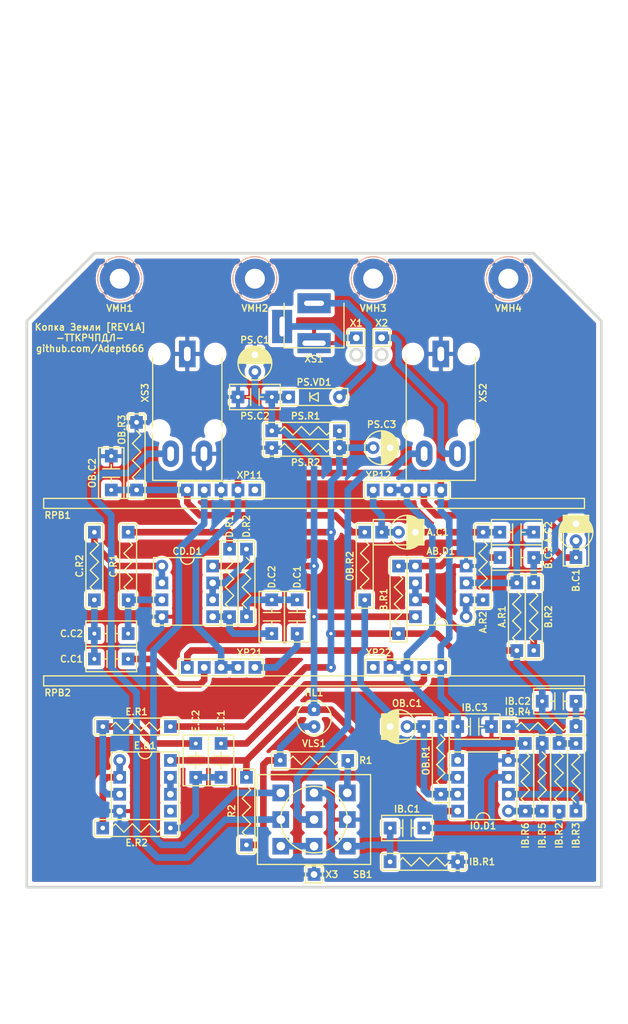
<source format=kicad_pcb>
(kicad_pcb (version 20171130) (host pcbnew 5.1.6-c6e7f7d~87~ubuntu19.10.1)
  (title_block (title "Копка Земли (Down-Tuned)") (date 2022-01-11) (rev 1A) (company "Igor Ivanov") (comment 1 https://github.com/Adept666) (comment 2 "This project is licensed under GNU General Public License v3.0 or later"))
  (layers (0 F.Cu jumper) (31 B.Cu signal) (37 F.SilkS user) (38 B.Mask user) (39 F.Mask user) (44 Edge.Cuts user))
  (net 0 "")
  (net 1 COM)
  (net 2 "Net-(HL1-PadC)")
  (net 3 /LED)
  (net 4 /PP3-POS)
  (net 5 /PP3-NEG)
  (net 6 VREF)
  (net 7 "Net-(A.C2-Pad2)")
  (net 8 "Net-(IB.C1-Pad2)")
  (net 9 "Net-(IB.C2-Pad2)")
  (net 10 /CUT-RAIL)
  (net 11 "Net-(IB.R3-Pad2)")
  (net 12 "Net-(IB.R5-Pad2)")
  (net 13 /BOOST-RAIL)
  (net 14 "Net-(IO.D1-Pad7)")
  (net 15 "Net-(OB.C2-Pad1)")
  (net 16 "Net-(C.C1-Pad1)")
  (net 17 "Net-(C.C1-Pad2)")
  (net 18 "Net-(C.C2-Pad2)")
  (net 19 "Net-(D.C1-Pad1)")
  (net 20 "Net-(D.C1-Pad2)")
  (net 21 "Net-(E.C1-Pad1)")
  (net 22 "Net-(E.C1-Pad2)")
  (net 23 "Net-(E.C2-Pad2)")
  (net 24 "Net-(E.D1-Pad6)")
  (net 25 "Net-(A.R2-Pad2)")
  (net 26 "Net-(AB.D1-Pad5)")
  (net 27 "Net-(AB.D1-Pad6)")
  (net 28 "Net-(C.R2-Pad2)")
  (net 29 "Net-(CD.D1-Pad5)")
  (net 30 "Net-(CD.D1-Pad6)")
  (net 31 "Net-(E.D1-Pad1)")
  (net 32 "Net-(E.D1-Pad5)")
  (net 33 V)
  (net 34 "Net-(PS.VD1-PadA)")
  (net 35 /IN-CIR)
  (net 36 /IN-CON)
  (net 37 "Net-(SB1-PadNC1)")
  (net 38 /OUT-CIR)
  (net 39 /OUT-CON)
  (net 40 "Net-(A.C1-Pad+)")
  (net 41 "Net-(A.C1-Pad-)")
  (net 42 "Net-(B.C1-Pad+)")
  (net 43 "Net-(B.C1-Pad-)")
  (net 44 "Net-(OB.C1-Pad-)")
  (module SBKCL-TH-ML:RPB-1590BB-18-3x17-1.5-PNL-7.4-2.8 (layer F.Cu) (at 105.41 143.71)
    (fp_text reference RPB2 (at -40.64 15.04) (layer F.SilkS) (effects (font (thickness 0.2)) (justify left)))
    (fp_text value B50K-B50K-B50K)
    (fp_text user XP22 (at 7.62 9.0075) (layer F.SilkS) (effects (font (thickness 0.2)) (justify left)))
    (fp_text user XP21 (at -7.62 9.0075) (layer F.SilkS) (effects (font (thickness 0.2)) (justify right)))
    (pad 22 thru_hole rect (at 8.89 11.23) (size 1.9 1.9) (drill 1) (layers *.Cu *.Mask) (net 19 "Net-(D.C1-Pad1)"))
    (pad 23 thru_hole rect (at 11.43 11.23) (size 1.9 1.9) (drill 1) (layers *.Cu *.Mask) (net 13 /BOOST-RAIL))
    (pad 33 thru_hole rect (at 13.97 11.23) (size 1.9 1.9) (drill 1) (layers *.Cu *.Mask) (net 13 /BOOST-RAIL))
    (pad 32 thru_hole rect (at 16.51 11.23) (size 1.9 1.9) (drill 1) (layers *.Cu *.Mask) (net 21 "Net-(E.C1-Pad1)"))
    (pad 31 thru_hole rect (at 19.05 11.23) (size 1.9 1.9) (drill 1) (layers *.Cu *.Mask) (net 10 /CUT-RAIL))
    (pad 22 thru_hole rect (at -8.89 11.23) (size 1.9 1.9) (drill 1) (layers *.Cu *.Mask) (net 19 "Net-(D.C1-Pad1)"))
    (pad 12 thru_hole rect (at -16.51 11.23) (size 1.9 1.9) (drill 1) (layers *.Cu *.Mask) (net 16 "Net-(C.C1-Pad1)"))
    (pad 11 thru_hole rect (at -13.97 11.23) (size 1.9 1.9) (drill 1) (layers *.Cu *.Mask) (net 10 /CUT-RAIL))
    (pad 13 thru_hole rect (at -19.05 11.23) (size 1.9 1.9) (drill 1) (layers *.Cu *.Mask) (net 13 /BOOST-RAIL))
    (pad 21 thru_hole rect (at -11.43 11.23) (size 1.9 1.9) (drill 1) (layers *.Cu *.Mask) (net 10 /CUT-RAIL))
  )
  (module SBKCL-TH-ML:RPB-1590BB-18-3x17-1.5-PNL-7.4-2.8 (layer F.Cu) (at 105.41 117.04)
    (fp_text reference RPB1 (at -40.64 15.04) (layer F.SilkS) (effects (font (thickness 0.2)) (justify left)))
    (fp_text value B50K-B50K-B50K)
    (fp_text user XP12 (at 7.62 9.0075) (layer F.SilkS) (effects (font (thickness 0.2)) (justify left)))
    (fp_text user XP11 (at -7.62 9.0075) (layer F.SilkS) (effects (font (thickness 0.2)) (justify right)))
    (pad 22 thru_hole rect (at 8.89 11.23) (size 1.9 1.9) (drill 1) (layers *.Cu *.Mask) (net 40 "Net-(A.C1-Pad+)"))
    (pad 23 thru_hole rect (at 11.43 11.23) (size 1.9 1.9) (drill 1) (layers *.Cu *.Mask) (net 13 /BOOST-RAIL))
    (pad 33 thru_hole rect (at 13.97 11.23) (size 1.9 1.9) (drill 1) (layers *.Cu *.Mask) (net 13 /BOOST-RAIL))
    (pad 32 thru_hole rect (at 16.51 11.23) (size 1.9 1.9) (drill 1) (layers *.Cu *.Mask) (net 42 "Net-(B.C1-Pad+)"))
    (pad 31 thru_hole rect (at 19.05 11.23) (size 1.9 1.9) (drill 1) (layers *.Cu *.Mask) (net 10 /CUT-RAIL))
    (pad 22 thru_hole rect (at -8.89 11.23) (size 1.9 1.9) (drill 1) (layers *.Cu *.Mask) (net 40 "Net-(A.C1-Pad+)"))
    (pad 12 thru_hole rect (at -16.51 11.23) (size 1.9 1.9) (drill 1) (layers *.Cu *.Mask) (net 38 /OUT-CIR))
    (pad 11 thru_hole rect (at -13.97 11.23) (size 1.9 1.9) (drill 1) (layers *.Cu *.Mask) (net 1 COM))
    (pad 13 thru_hole rect (at -19.05 11.23) (size 1.9 1.9) (drill 1) (layers *.Cu *.Mask) (net 15 "Net-(OB.C2-Pad1)"))
    (pad 21 thru_hole rect (at -11.43 11.23) (size 1.9 1.9) (drill 1) (layers *.Cu *.Mask) (net 10 /CUT-RAIL))
  )
  (module SBKCL-TH-ML:CON-ST-008X-04 (layer F.Cu) (at 124.46 100.33 180)
    (fp_text reference XS2 (at -6.35 -13.335 270) (layer F.SilkS) (effects (font (thickness 0.2))))
    (fp_text value PJ-309)
    (pad "" np_thru_hole circle (at -4.2 -19 180) (size 2.2 2.2) (drill 2.2) (layers *.Cu *.Mask))
    (pad S thru_hole rect (at 0 -7.5 180) (size 2.5 4) (drill oval 1 2.2) (layers *.Cu *.Mask) (net 1 COM))
    (pad T thru_hole oval (at 2.5 -22.5 180) (size 2.5 4) (drill oval 1 2.2) (layers *.Cu *.Mask) (net 36 /IN-CON))
    (pad R thru_hole oval (at -2.5 -22.5 180) (size 2.5 4) (drill oval 1 2.2) (layers *.Cu *.Mask) (net 5 /PP3-NEG))
    (pad "" np_thru_hole circle (at 4.2 -19 180) (size 2.2 2.2) (drill 2.2) (layers *.Cu *.Mask))
    (pad "" np_thru_hole circle (at -4.2 -7.5 180) (size 2.2 2.2) (drill 2.2) (layers *.Cu *.Mask))
    (pad "" np_thru_hole circle (at 4.2 -7.5 180) (size 2.2 2.2) (drill 2.2) (layers *.Cu *.Mask))
  )
  (module SBKCL-TH-ML:CON-ST-008X-04 (layer F.Cu) (at 86.36 100.33 180)
    (fp_text reference XS3 (at 6.35 -13.335 270) (layer F.SilkS) (effects (font (thickness 0.2))))
    (fp_text value PJ-309)
    (pad "" np_thru_hole circle (at -4.2 -19 180) (size 2.2 2.2) (drill 2.2) (layers *.Cu *.Mask))
    (pad S thru_hole rect (at 0 -7.5 180) (size 2.5 4) (drill oval 1 2.2) (layers *.Cu *.Mask) (net 1 COM))
    (pad T thru_hole oval (at 2.5 -22.5 180) (size 2.5 4) (drill oval 1 2.2) (layers *.Cu *.Mask) (net 39 /OUT-CON))
    (pad R thru_hole oval (at -2.5 -22.5 180) (size 2.5 4) (drill oval 1 2.2) (layers *.Cu *.Mask) (net 1 COM))
    (pad "" np_thru_hole circle (at 4.2 -19 180) (size 2.2 2.2) (drill 2.2) (layers *.Cu *.Mask))
    (pad "" np_thru_hole circle (at -4.2 -7.5 180) (size 2.2 2.2) (drill 2.2) (layers *.Cu *.Mask))
    (pad "" np_thru_hole circle (at 4.2 -7.5 180) (size 2.2 2.2) (drill 2.2) (layers *.Cu *.Mask))
  )
  (module KCL:VMH-STA-DA5-PNL-3.0 (layer F.Cu) (at 134.62 96.52)
    (fp_text reference VMH4 (at 0 4.445) (layer F.SilkS) (effects (font (thickness 0.2))))
    (fp_text value DI5M3x18)
    (pad 0 thru_hole circle (at 0 0) (size 6 6) (drill 3) (layers *.Cu *.Mask) (net 1 COM))
  )
  (module KCL:VMH-STA-DA5-PNL-3.0 (layer F.Cu) (at 114.3 96.52)
    (fp_text reference VMH3 (at 0 4.445) (layer F.SilkS) (effects (font (thickness 0.2))))
    (fp_text value DI5M3x18)
    (pad 0 thru_hole circle (at 0 0) (size 6 6) (drill 3) (layers *.Cu *.Mask) (net 1 COM))
  )
  (module KCL:VMH-STA-DA5-PNL-3.0 (layer F.Cu) (at 96.52 96.52)
    (fp_text reference VMH2 (at 0 4.445) (layer F.SilkS) (effects (font (thickness 0.2))))
    (fp_text value DI5M3x18)
    (pad 0 thru_hole circle (at 0 0) (size 6 6) (drill 3) (layers *.Cu *.Mask) (net 1 COM))
  )
  (module KCL:VMH-STA-DA5-PNL-3.0 (layer F.Cu) (at 76.2 96.52)
    (fp_text reference VMH1 (at 0 4.445) (layer F.SilkS) (effects (font (thickness 0.2))))
    (fp_text value DI5M3x18)
    (pad 0 thru_hole circle (at 0 0) (size 6 6) (drill 3) (layers *.Cu *.Mask) (net 1 COM))
  )
  (module KCL-TH-ML:SW-PBS-24-302SP-2.5-PNL-13.0 (layer F.Cu) (at 105.41 177.8)
    (fp_text reference SB1 (at 8.89 8.255) (layer F.SilkS) (effects (font (thickness 0.2)) (justify right)))
    (fp_text value PBS-24-302SP)
    (pad COM3 thru_hole rect (at 5 0) (size 2.5 2.5) (drill 1.3) (layers *.Cu *.Mask) (net 1 COM))
    (pad NC3 thru_hole rect (at 5 4) (size 2.5 2.5) (drill 1.3) (layers *.Cu *.Mask) (net 35 /IN-CIR))
    (pad NO3 thru_hole rect (at 5 -4) (size 2.5 2.5) (drill 1.3) (layers *.Cu *.Mask) (net 3 /LED))
    (pad COM2 thru_hole rect (at 0 0) (size 2.5 2.5) (drill 1.3) (layers *.Cu *.Mask) (net 36 /IN-CON))
    (pad NC2 thru_hole rect (at 0 4) (size 2.5 2.5) (drill 1.3) (layers *.Cu *.Mask) (net 37 "Net-(SB1-PadNC1)"))
    (pad NO2 thru_hole rect (at 0 -4) (size 2.5 2.5) (drill 1.3) (layers *.Cu *.Mask) (net 35 /IN-CIR))
    (pad NO1 thru_hole rect (at -5 -4) (size 2.5 2.5) (drill 1.3) (layers *.Cu *.Mask) (net 38 /OUT-CIR))
    (pad COM1 thru_hole rect (at -5 0) (size 2.5 2.5) (drill 1.3) (layers *.Cu *.Mask) (net 39 /OUT-CON))
    (pad NC1 thru_hole rect (at -5 4) (size 2.5 2.5) (drill 1.3) (layers *.Cu *.Mask) (net 37 "Net-(SB1-PadNC1)"))
  )
  (module SBKCL-TH-ML:C-DISK-D04.2-T03.0-P05.08-d0.5-OR-CP-RADIAL-D05.0-P02.0-CLS (layer F.Cu) (at 119.38 163.83 180)
    (fp_text reference OB.C1 (at 0 3.4925) (layer F.SilkS) (effects (font (thickness 0.2))))
    (fp_text value 105)
    (pad - thru_hole rect (at 2.54 0 180) (size 1.9 1.9) (drill 1) (layers *.Cu *.Mask) (net 44 "Net-(OB.C1-Pad-)"))
    (pad + thru_hole circle (at 0 0 180) (size 1.9 1.9) (drill 1) (layers *.Cu *.Mask) (net 14 "Net-(IO.D1-Pad7)"))
    (pad + thru_hole rect (at -2.54 0 180) (size 1.9 1.9) (drill 0.6) (layers *.Cu *.Mask) (net 14 "Net-(IO.D1-Pad7)"))
  )
  (module SBKCL-TH-ML:C-DISK-D04.2-T03.0-P05.08-d0.5-OR-CP-RADIAL-D05.0-P02.0-CLS (layer F.Cu) (at 144.78 135.89 90)
    (fp_text reference B.C1 (at -4.1275 0 90) (layer F.SilkS) (effects (font (thickness 0.2)) (justify right)))
    (fp_text value 105)
    (pad - thru_hole rect (at 2.54 0 90) (size 1.9 1.9) (drill 1) (layers *.Cu *.Mask) (net 43 "Net-(B.C1-Pad-)"))
    (pad + thru_hole circle (at 0 0 90) (size 1.9 1.9) (drill 1) (layers *.Cu *.Mask) (net 42 "Net-(B.C1-Pad+)"))
    (pad + thru_hole rect (at -2.54 0 90) (size 1.9 1.9) (drill 0.6) (layers *.Cu *.Mask) (net 42 "Net-(B.C1-Pad+)"))
  )
  (module SBKCL-TH-ML:C-DISK-D04.2-T03.0-P05.08-d0.5-OR-CP-RADIAL-D05.0-P02.0-CLS (layer F.Cu) (at 118.11 134.62)
    (fp_text reference A.C1 (at 4.1275 0) (layer F.SilkS) (effects (font (thickness 0.2)) (justify left)))
    (fp_text value 225)
    (pad - thru_hole rect (at 2.54 0) (size 1.9 1.9) (drill 1) (layers *.Cu *.Mask) (net 41 "Net-(A.C1-Pad-)"))
    (pad + thru_hole circle (at 0 0) (size 1.9 1.9) (drill 1) (layers *.Cu *.Mask) (net 40 "Net-(A.C1-Pad+)"))
    (pad + thru_hole rect (at -2.54 0) (size 1.9 1.9) (drill 0.6) (layers *.Cu *.Mask) (net 40 "Net-(A.C1-Pad+)"))
  )
  (module KCL-TH-ML:R-MFR-25 (layer F.Cu) (at 95.25 176.53 90)
    (fp_text reference R2 (at 0 -2.2225 90) (layer F.SilkS) (effects (font (thickness 0.2))))
    (fp_text value 105)
    (pad 1 thru_hole rect (at -5.08 0 90) (size 1.9 1.9) (drill 0.7) (layers *.Cu *.Mask) (net 2 "Net-(HL1-PadC)"))
    (pad 2 thru_hole rect (at 5.08 0 90) (size 1.9 1.9) (drill 0.7) (layers *.Cu *.Mask) (net 33 V))
  )
  (module KCL-TH-ML:CP-RADIAL-D05.0-P02.0-CLS (layer F.Cu) (at 115.57 121.92)
    (fp_text reference PS.C3 (at 0 -3.4925) (layer F.SilkS) (effects (font (thickness 0.2))))
    (fp_text value 476)
    (pad - thru_hole roundrect (at 1.27 0) (size 1.9 1.9) (drill 1) (layers *.Cu *.Mask) (roundrect_rratio 0.3) (net 1 COM))
    (pad + thru_hole circle (at -1.27 0) (size 1.9 1.9) (drill 1) (layers *.Cu *.Mask) (net 6 VREF))
  )
  (module KCL-TH-ML:CP-RADIAL-D05.0-P02.0-CLS (layer F.Cu) (at 96.52 109.22 90)
    (fp_text reference PS.C1 (at 3.4925 0 180) (layer F.SilkS) (effects (font (thickness 0.2))))
    (fp_text value 107)
    (pad + thru_hole circle (at -1.27 0 90) (size 1.9 1.9) (drill 1) (layers *.Cu *.Mask) (net 33 V))
    (pad - thru_hole roundrect (at 1.27 0 90) (size 1.9 1.9) (drill 1) (layers *.Cu *.Mask) (roundrect_rratio 0.3) (net 1 COM))
  )
  (module KCL-TH-ML:C-DISK-D04.2-T03.0-P05.08-d0.5 (layer F.Cu) (at 96.52 114.3 180)
    (fp_text reference PS.C2 (at 0 -2.8575) (layer F.SilkS) (effects (font (thickness 0.2))))
    (fp_text value 104)
    (pad 1 thru_hole rect (at -2.54 0 180) (size 1.9 1.9) (drill 0.6) (layers *.Cu *.Mask) (net 33 V))
    (pad 2 thru_hole rect (at 2.54 0 180) (size 1.9 1.9) (drill 0.6) (layers *.Cu *.Mask) (net 1 COM))
  )
  (module KCL-TH-ML:C-DISK-D04.2-T03.0-P05.08-d0.5 (layer F.Cu) (at 74.93 125.73 90)
    (fp_text reference OB.C2 (at 0 -2.8575 90) (layer F.SilkS) (effects (font (thickness 0.2))))
    (fp_text value 103)
    (pad 1 thru_hole rect (at -2.54 0 90) (size 1.9 1.9) (drill 0.6) (layers *.Cu *.Mask) (net 15 "Net-(OB.C2-Pad1)"))
    (pad 2 thru_hole rect (at 2.54 0 90) (size 1.9 1.9) (drill 0.6) (layers *.Cu *.Mask) (net 1 COM))
  )
  (module KCL-TH-ML:C-DISK-D04.2-T03.0-P05.08-d0.5 (layer F.Cu) (at 129.54 163.83)
    (fp_text reference IB.C3 (at 0 -2.8575) (layer F.SilkS) (effects (font (thickness 0.2))))
    (fp_text value 151)
    (pad 1 thru_hole rect (at -2.54 0) (size 1.9 1.9) (drill 0.6) (layers *.Cu *.Mask) (net 10 /CUT-RAIL))
    (pad 2 thru_hole rect (at 2.54 0) (size 1.9 1.9) (drill 0.6) (layers *.Cu *.Mask) (net 1 COM))
  )
  (module KCL-TH-ML:C-DISK-D04.2-T03.0-P05.08-d0.5 (layer F.Cu) (at 142.24 160.02)
    (fp_text reference IB.C2 (at -4.1275 0) (layer F.SilkS) (effects (font (thickness 0.2)) (justify right)))
    (fp_text value 103)
    (pad 1 thru_hole rect (at -2.54 0) (size 1.9 1.9) (drill 0.6) (layers *.Cu *.Mask) (net 6 VREF))
    (pad 2 thru_hole rect (at 2.54 0) (size 1.9 1.9) (drill 0.6) (layers *.Cu *.Mask) (net 9 "Net-(IB.C2-Pad2)"))
  )
  (module KCL-TH-ML:C-DISK-D04.2-T03.0-P05.08-d0.5 (layer F.Cu) (at 119.38 179.07)
    (fp_text reference IB.C1 (at 0 -2.8575) (layer F.SilkS) (effects (font (thickness 0.2))))
    (fp_text value 103)
    (pad 1 thru_hole rect (at -2.54 0) (size 1.9 1.9) (drill 0.6) (layers *.Cu *.Mask) (net 35 /IN-CIR))
    (pad 2 thru_hole rect (at 2.54 0) (size 1.9 1.9) (drill 0.6) (layers *.Cu *.Mask) (net 8 "Net-(IB.C1-Pad2)"))
  )
  (module KCL-TH-ML:C-DISK-D04.2-T03.0-P05.08-d0.5 (layer F.Cu) (at 87.63 168.91 90)
    (fp_text reference E.C2 (at 4.1275 0 90) (layer F.SilkS) (effects (font (thickness 0.2)) (justify left)))
    (fp_text value 681)
    (pad 1 thru_hole rect (at -2.54 0 90) (size 1.9 1.9) (drill 0.6) (layers *.Cu *.Mask) (net 22 "Net-(E.C1-Pad2)"))
    (pad 2 thru_hole rect (at 2.54 0 90) (size 1.9 1.9) (drill 0.6) (layers *.Cu *.Mask) (net 23 "Net-(E.C2-Pad2)"))
  )
  (module KCL-TH-ML:C-DISK-D04.2-T03.0-P05.08-d0.5 (layer F.Cu) (at 91.44 168.91 270)
    (fp_text reference E.C1 (at -4.1275 0 90) (layer F.SilkS) (effects (font (thickness 0.2)) (justify left)))
    (fp_text value 223)
    (pad 1 thru_hole rect (at -2.54 0 270) (size 1.9 1.9) (drill 0.6) (layers *.Cu *.Mask) (net 21 "Net-(E.C1-Pad1)"))
    (pad 2 thru_hole rect (at 2.54 0 270) (size 1.9 1.9) (drill 0.6) (layers *.Cu *.Mask) (net 22 "Net-(E.C1-Pad2)"))
  )
  (module KCL-TH-ML:C-DISK-D04.2-T03.0-P05.08-d0.5 (layer F.Cu) (at 99.06 147.32 270)
    (fp_text reference D.C2 (at -4.1275 0 90) (layer F.SilkS) (effects (font (thickness 0.2)) (justify left)))
    (fp_text value 332)
    (pad 1 thru_hole rect (at -2.54 0 270) (size 1.9 1.9) (drill 0.6) (layers *.Cu *.Mask) (net 20 "Net-(D.C1-Pad2)"))
    (pad 2 thru_hole rect (at 2.54 0 270) (size 1.9 1.9) (drill 0.6) (layers *.Cu *.Mask) (net 29 "Net-(CD.D1-Pad5)"))
  )
  (module KCL-TH-ML:C-DISK-D04.2-T03.0-P05.08-d0.5 (layer F.Cu) (at 102.87 147.32 90)
    (fp_text reference D.C1 (at 4.1275 0 90) (layer F.SilkS) (effects (font (thickness 0.2)) (justify left)))
    (fp_text value 683)
    (pad 1 thru_hole rect (at -2.54 0 90) (size 1.9 1.9) (drill 0.6) (layers *.Cu *.Mask) (net 19 "Net-(D.C1-Pad1)"))
    (pad 2 thru_hole rect (at 2.54 0 90) (size 1.9 1.9) (drill 0.6) (layers *.Cu *.Mask) (net 20 "Net-(D.C1-Pad2)"))
  )
  (module KCL-TH-ML:C-DISK-D04.2-T03.0-P05.08-d0.5 (layer F.Cu) (at 74.93 149.86)
    (fp_text reference C.C2 (at -4.1275 0) (layer F.SilkS) (effects (font (thickness 0.2)) (justify right)))
    (fp_text value 682)
    (pad 1 thru_hole rect (at -2.54 0) (size 1.9 1.9) (drill 0.6) (layers *.Cu *.Mask) (net 17 "Net-(C.C1-Pad2)"))
    (pad 2 thru_hole rect (at 2.54 0) (size 1.9 1.9) (drill 0.6) (layers *.Cu *.Mask) (net 18 "Net-(C.C2-Pad2)"))
  )
  (module KCL-TH-ML:C-DISK-D04.2-T03.0-P05.08-d0.5 (layer F.Cu) (at 74.93 153.67 180)
    (fp_text reference C.C1 (at 4.1275 0) (layer F.SilkS) (effects (font (thickness 0.2)) (justify right)))
    (fp_text value 154)
    (pad 1 thru_hole rect (at -2.54 0 180) (size 1.9 1.9) (drill 0.6) (layers *.Cu *.Mask) (net 16 "Net-(C.C1-Pad1)"))
    (pad 2 thru_hole rect (at 2.54 0 180) (size 1.9 1.9) (drill 0.6) (layers *.Cu *.Mask) (net 17 "Net-(C.C1-Pad2)"))
  )
  (module KCL-TH-ML:C-DISK-D04.2-T03.0-P05.08-d0.5 (layer F.Cu) (at 135.89 138.43 180)
    (fp_text reference B.C2 (at -4.7625 0 270) (layer F.SilkS) (effects (font (thickness 0.2))))
    (fp_text value 333)
    (pad 2 thru_hole rect (at 2.54 0 180) (size 1.9 1.9) (drill 0.6) (layers *.Cu *.Mask) (net 26 "Net-(AB.D1-Pad5)"))
    (pad 1 thru_hole rect (at -2.54 0 180) (size 1.9 1.9) (drill 0.6) (layers *.Cu *.Mask) (net 43 "Net-(B.C1-Pad-)"))
  )
  (module KCL-TH-ML:C-DISK-D04.2-T03.0-P05.08-d0.5 (layer F.Cu) (at 135.89 134.62)
    (fp_text reference A.C2 (at 4.7625 0 90) (layer F.SilkS) (effects (font (thickness 0.2))))
    (fp_text value 473)
    (pad 2 thru_hole rect (at 2.54 0) (size 1.9 1.9) (drill 0.6) (layers *.Cu *.Mask) (net 7 "Net-(A.C2-Pad2)"))
    (pad 1 thru_hole rect (at -2.54 0) (size 1.9 1.9) (drill 0.6) (layers *.Cu *.Mask) (net 41 "Net-(A.C1-Pad-)"))
  )
  (module KCL-TH-ML:R-MFR-25 (layer F.Cu) (at 105.41 168.91 180)
    (fp_text reference R1 (at -6.6675 0) (layer F.SilkS) (effects (font (thickness 0.2)) (justify left)))
    (fp_text value 103)
    (pad 1 thru_hole rect (at -5.08 0 180) (size 1.9 1.9) (drill 0.7) (layers *.Cu *.Mask) (net 3 /LED))
    (pad 2 thru_hole rect (at 5.08 0 180) (size 1.9 1.9) (drill 0.7) (layers *.Cu *.Mask) (net 2 "Net-(HL1-PadC)"))
  )
  (module KCL-TH-ML:R-MFR-25 (layer F.Cu) (at 104.14 121.92)
    (fp_text reference PS.R2 (at 0 2.2225) (layer F.SilkS) (effects (font (thickness 0.2))))
    (fp_text value 473)
    (pad 1 thru_hole rect (at -5.08 0) (size 1.9 1.9) (drill 0.7) (layers *.Cu *.Mask) (net 1 COM))
    (pad 2 thru_hole rect (at 5.08 0) (size 1.9 1.9) (drill 0.7) (layers *.Cu *.Mask) (net 6 VREF))
  )
  (module KCL-TH-ML:R-MFR-25 (layer F.Cu) (at 104.14 119.38 180)
    (fp_text reference PS.R1 (at 0 2.2225) (layer F.SilkS) (effects (font (thickness 0.2))))
    (fp_text value 473)
    (pad 1 thru_hole rect (at -5.08 0 180) (size 1.9 1.9) (drill 0.7) (layers *.Cu *.Mask) (net 6 VREF))
    (pad 2 thru_hole rect (at 5.08 0 180) (size 1.9 1.9) (drill 0.7) (layers *.Cu *.Mask) (net 33 V))
  )
  (module KCL-TH-ML:R-MFR-25 (layer F.Cu) (at 78.74 123.19 270)
    (fp_text reference OB.R3 (at -6.35 2.2225 90) (layer F.SilkS) (effects (font (thickness 0.2)) (justify right)))
    (fp_text value 103)
    (pad 1 thru_hole rect (at -5.08 0 270) (size 1.9 1.9) (drill 0.7) (layers *.Cu *.Mask) (net 1 COM))
    (pad 2 thru_hole rect (at 5.08 0 270) (size 1.9 1.9) (drill 0.7) (layers *.Cu *.Mask) (net 15 "Net-(OB.C2-Pad1)"))
  )
  (module KCL-TH-ML:R-MFR-25 (layer F.Cu) (at 113.03 139.7 90)
    (fp_text reference OB.R2 (at 0 -2.2225 90) (layer F.SilkS) (effects (font (thickness 0.2))))
    (fp_text value 103)
    (pad 2 thru_hole rect (at 5.08 0 90) (size 1.9 1.9) (drill 0.7) (layers *.Cu *.Mask) (net 15 "Net-(OB.C2-Pad1)"))
    (pad 1 thru_hole rect (at -5.08 0 90) (size 1.9 1.9) (drill 0.7) (layers *.Cu *.Mask) (net 44 "Net-(OB.C1-Pad-)"))
  )
  (module KCL-TH-ML:R-MFR-25 (layer F.Cu) (at 124.46 168.91 270)
    (fp_text reference OB.R1 (at 0 2.2225 90) (layer F.SilkS) (effects (font (thickness 0.2))))
    (fp_text value 103)
    (pad 2 thru_hole rect (at 5.08 0 270) (size 1.9 1.9) (drill 0.7) (layers *.Cu *.Mask) (net 14 "Net-(IO.D1-Pad7)"))
    (pad 1 thru_hole rect (at -5.08 0 270) (size 1.9 1.9) (drill 0.7) (layers *.Cu *.Mask) (net 13 /BOOST-RAIL))
  )
  (module KCL-TH-ML:R-MFR-25 (layer F.Cu) (at 137.16 171.45 90)
    (fp_text reference IB.R6 (at -6.6675 0 90) (layer F.SilkS) (effects (font (thickness 0.2)) (justify right)))
    (fp_text value 103)
    (pad 1 thru_hole rect (at -5.08 0 90) (size 1.9 1.9) (drill 0.7) (layers *.Cu *.Mask) (net 12 "Net-(IB.R5-Pad2)"))
    (pad 2 thru_hole rect (at 5.08 0 90) (size 1.9 1.9) (drill 0.7) (layers *.Cu *.Mask) (net 10 /CUT-RAIL))
  )
  (module KCL-TH-ML:R-MFR-25 (layer F.Cu) (at 139.7 171.45 270)
    (fp_text reference IB.R5 (at 6.6675 0 90) (layer F.SilkS) (effects (font (thickness 0.2)) (justify right)))
    (fp_text value 103)
    (pad 1 thru_hole rect (at -5.08 0 270) (size 1.9 1.9) (drill 0.7) (layers *.Cu *.Mask) (net 11 "Net-(IB.R3-Pad2)"))
    (pad 2 thru_hole rect (at 5.08 0 270) (size 1.9 1.9) (drill 0.7) (layers *.Cu *.Mask) (net 12 "Net-(IB.R5-Pad2)"))
  )
  (module KCL-TH-ML:R-MFR-25 (layer F.Cu) (at 139.7 163.83 180)
    (fp_text reference IB.R4 (at 1.5875 2.2225) (layer F.SilkS) (effects (font (thickness 0.2)) (justify right)))
    (fp_text value 102)
    (pad 1 thru_hole rect (at -5.08 0 180) (size 1.9 1.9) (drill 0.7) (layers *.Cu *.Mask) (net 9 "Net-(IB.C2-Pad2)"))
    (pad 2 thru_hole rect (at 5.08 0 180) (size 1.9 1.9) (drill 0.7) (layers *.Cu *.Mask) (net 11 "Net-(IB.R3-Pad2)"))
  )
  (module KCL-TH-ML:R-MFR-25 (layer F.Cu) (at 144.78 171.45 270)
    (fp_text reference IB.R3 (at 6.6675 0 90) (layer F.SilkS) (effects (font (thickness 0.2)) (justify right)))
    (fp_text value 103)
    (pad 1 thru_hole rect (at -5.08 0 270) (size 1.9 1.9) (drill 0.7) (layers *.Cu *.Mask) (net 6 VREF))
    (pad 2 thru_hole rect (at 5.08 0 270) (size 1.9 1.9) (drill 0.7) (layers *.Cu *.Mask) (net 11 "Net-(IB.R3-Pad2)"))
  )
  (module KCL-TH-ML:R-MFR-25 (layer F.Cu) (at 142.24 171.45 270)
    (fp_text reference IB.R2 (at 6.6675 0 90) (layer F.SilkS) (effects (font (thickness 0.2)) (justify right)))
    (fp_text value 474)
    (pad 1 thru_hole rect (at -5.08 0 270) (size 1.9 1.9) (drill 0.7) (layers *.Cu *.Mask) (net 6 VREF))
    (pad 2 thru_hole rect (at 5.08 0 270) (size 1.9 1.9) (drill 0.7) (layers *.Cu *.Mask) (net 8 "Net-(IB.C1-Pad2)"))
  )
  (module KCL-TH-ML:R-MFR-25 (layer F.Cu) (at 121.92 184.15 180)
    (fp_text reference IB.R1 (at -6.6675 0) (layer F.SilkS) (effects (font (thickness 0.2)) (justify left)))
    (fp_text value 225)
    (pad 1 thru_hole rect (at -5.08 0 180) (size 1.9 1.9) (drill 0.7) (layers *.Cu *.Mask) (net 1 COM))
    (pad 2 thru_hole rect (at 5.08 0 180) (size 1.9 1.9) (drill 0.7) (layers *.Cu *.Mask) (net 35 /IN-CIR))
  )
  (module KCL-TH-ML:R-MFR-25 (layer F.Cu) (at 78.74 179.07 180)
    (fp_text reference E.R2 (at 0 -2.2225) (layer F.SilkS) (effects (font (thickness 0.2))))
    (fp_text value 102)
    (pad 1 thru_hole rect (at -5.08 0 180) (size 1.9 1.9) (drill 0.7) (layers *.Cu *.Mask) (net 22 "Net-(E.C1-Pad2)"))
    (pad 2 thru_hole rect (at 5.08 0 180) (size 1.9 1.9) (drill 0.7) (layers *.Cu *.Mask) (net 31 "Net-(E.D1-Pad1)"))
  )
  (module KCL-TH-ML:R-MFR-25 (layer F.Cu) (at 78.74 163.83 180)
    (fp_text reference E.R1 (at 0 2.2225) (layer F.SilkS) (effects (font (thickness 0.2))))
    (fp_text value 104)
    (pad 1 thru_hole rect (at -5.08 0 180) (size 1.9 1.9) (drill 0.7) (layers *.Cu *.Mask) (net 6 VREF))
    (pad 2 thru_hole rect (at 5.08 0 180) (size 1.9 1.9) (drill 0.7) (layers *.Cu *.Mask) (net 23 "Net-(E.C2-Pad2)"))
  )
  (module KCL-TH-ML:R-MFR-25 (layer F.Cu) (at 95.25 142.24 90)
    (fp_text reference D.R2 (at 6.6675 0 90) (layer F.SilkS) (effects (font (thickness 0.2)) (justify left)))
    (fp_text value 102)
    (pad 1 thru_hole rect (at -5.08 0 90) (size 1.9 1.9) (drill 0.7) (layers *.Cu *.Mask) (net 20 "Net-(D.C1-Pad2)"))
    (pad 2 thru_hole rect (at 5.08 0 90) (size 1.9 1.9) (drill 0.7) (layers *.Cu *.Mask) (net 30 "Net-(CD.D1-Pad6)"))
  )
  (module KCL-TH-ML:R-MFR-25 (layer F.Cu) (at 92.71 142.24 270)
    (fp_text reference D.R1 (at -6.6675 0 90) (layer F.SilkS) (effects (font (thickness 0.2)) (justify left)))
    (fp_text value 104)
    (pad 1 thru_hole rect (at -5.08 0 270) (size 1.9 1.9) (drill 0.7) (layers *.Cu *.Mask) (net 6 VREF))
    (pad 2 thru_hole rect (at 5.08 0 270) (size 1.9 1.9) (drill 0.7) (layers *.Cu *.Mask) (net 29 "Net-(CD.D1-Pad5)"))
  )
  (module KCL-TH-ML:R-MFR-25 (layer F.Cu) (at 72.39 139.7 90)
    (fp_text reference C.R2 (at 0 -2.2225 90) (layer F.SilkS) (effects (font (thickness 0.2))))
    (fp_text value 102)
    (pad 1 thru_hole rect (at -5.08 0 90) (size 1.9 1.9) (drill 0.7) (layers *.Cu *.Mask) (net 17 "Net-(C.C1-Pad2)"))
    (pad 2 thru_hole rect (at 5.08 0 90) (size 1.9 1.9) (drill 0.7) (layers *.Cu *.Mask) (net 28 "Net-(C.R2-Pad2)"))
  )
  (module KCL-TH-ML:R-MFR-25 (layer F.Cu) (at 77.47 139.7 270)
    (fp_text reference C.R1 (at 0 2.2225 90) (layer F.SilkS) (effects (font (thickness 0.2))))
    (fp_text value 104)
    (pad 1 thru_hole rect (at -5.08 0 270) (size 1.9 1.9) (drill 0.7) (layers *.Cu *.Mask) (net 6 VREF))
    (pad 2 thru_hole rect (at 5.08 0 270) (size 1.9 1.9) (drill 0.7) (layers *.Cu *.Mask) (net 18 "Net-(C.C2-Pad2)"))
  )
  (module KCL-TH-ML:R-MFR-25 (layer F.Cu) (at 138.43 147.32 270)
    (fp_text reference B.R2 (at 0 -2.2225 90) (layer F.SilkS) (effects (font (thickness 0.2))))
    (fp_text value 471)
    (pad 2 thru_hole rect (at 5.08 0 270) (size 1.9 1.9) (drill 0.7) (layers *.Cu *.Mask) (net 27 "Net-(AB.D1-Pad6)"))
    (pad 1 thru_hole rect (at -5.08 0 270) (size 1.9 1.9) (drill 0.7) (layers *.Cu *.Mask) (net 43 "Net-(B.C1-Pad-)"))
  )
  (module KCL-TH-ML:R-MFR-25 (layer F.Cu) (at 118.11 144.78 90)
    (fp_text reference B.R1 (at 0 -2.2225 90) (layer F.SilkS) (effects (font (thickness 0.2))))
    (fp_text value 104)
    (pad 1 thru_hole rect (at -5.08 0 90) (size 1.9 1.9) (drill 0.7) (layers *.Cu *.Mask) (net 6 VREF))
    (pad 2 thru_hole rect (at 5.08 0 90) (size 1.9 1.9) (drill 0.7) (layers *.Cu *.Mask) (net 26 "Net-(AB.D1-Pad5)"))
  )
  (module KCL-TH-ML:R-MFR-25 (layer F.Cu) (at 130.81 139.7 270)
    (fp_text reference A.R2 (at 6.6675 0 90) (layer F.SilkS) (effects (font (thickness 0.2)) (justify right)))
    (fp_text value 471)
    (pad 2 thru_hole rect (at 5.08 0 270) (size 1.9 1.9) (drill 0.7) (layers *.Cu *.Mask) (net 25 "Net-(A.R2-Pad2)"))
    (pad 1 thru_hole rect (at -5.08 0 270) (size 1.9 1.9) (drill 0.7) (layers *.Cu *.Mask) (net 41 "Net-(A.C1-Pad-)"))
  )
  (module KCL-TH-ML:R-MFR-25 (layer F.Cu) (at 135.89 147.32 90)
    (fp_text reference A.R1 (at 0 -2.2225 90) (layer F.SilkS) (effects (font (thickness 0.2))))
    (fp_text value 124)
    (pad 1 thru_hole rect (at -5.08 0 90) (size 1.9 1.9) (drill 0.7) (layers *.Cu *.Mask) (net 6 VREF))
    (pad 2 thru_hole rect (at 5.08 0 90) (size 1.9 1.9) (drill 0.7) (layers *.Cu *.Mask) (net 7 "Net-(A.C2-Pad2)"))
  )
  (module KCL-TH-ML:CON-DC-005 (layer F.Cu) (at 105.41 92.71 180)
    (fp_text reference XS1 (at 0 -15.875) (layer F.SilkS) (effects (font (thickness 0.2))))
    (fp_text value DC-005)
    (pad C thru_hole rect (at 0 -13.5 180) (size 5 3) (drill oval 3.5 0.8) (layers *.Cu *.Mask) (net 1 COM))
    (pad SN thru_hole rect (at 4.8 -11 180) (size 3 5) (drill oval 0.8 3) (layers *.Cu *.Mask) (net 4 /PP3-POS))
    (pad S thru_hole rect (at 0 -7.5 180) (size 5 3) (drill oval 3 0.8) (layers *.Cu *.Mask) (net 34 "Net-(PS.VD1-PadA)"))
  )
  (module KCL-TH-ML:CON-PAD-S-1.0-1.9 (layer F.Cu) (at 115.57 105.41)
    (fp_text reference X2 (at 0 -2.2225) (layer F.SilkS) (effects (font (thickness 0.2))))
    (fp_text value -)
    (pad 1 thru_hole rect (at 0 0) (size 1.9 1.9) (drill 1) (layers *.Cu *.Mask) (net 5 /PP3-NEG))
  )
  (module KCL-TH-ML:CON-PAD-S-1.0-1.9 (layer F.Cu) (at 111.76 105.41)
    (fp_text reference X1 (at 0 -2.2225) (layer F.SilkS) (effects (font (thickness 0.2))))
    (fp_text value +)
    (pad 1 thru_hole rect (at 0 0) (size 1.9 1.9) (drill 1) (layers *.Cu *.Mask) (net 4 /PP3-POS))
  )
  (module KCL-TH-ML:CON-PAD-S-1.0-1.9 (layer F.Cu) (at 105.41 186.055)
    (fp_text reference X3 (at 1.5875 0) (layer F.SilkS) (effects (font (thickness 0.2)) (justify left)))
    (fp_text value COM)
    (pad 1 thru_hole rect (at 0 0) (size 1.9 1.9) (drill 1) (layers *.Cu *.Mask) (net 1 COM))
  )
  (module KCL-TH-ML:LED-ROUND-05.0-UNI-SH-SPACER-PNL-5.3 (layer F.Cu) (at 105.41 162.56 90)
    (fp_text reference HL1 (at 3.81 0 180) (layer F.SilkS) (effects (font (thickness 0.2))))
    (fp_text value FYL-5013UWC)
    (pad C thru_hole circle (at -1.27 0 90) (size 1.9 1.9) (drill 0.7) (layers *.Cu *.Mask) (net 2 "Net-(HL1-PadC)"))
    (pad A thru_hole roundrect (at 1.27 0 90) (size 1.9 1.9) (drill 0.7) (layers *.Cu *.Mask) (roundrect_rratio 0.3) (net 33 V))
  )
  (module KCL-TH-ML:P-DIP-08 (layer F.Cu) (at 130.81 172.72 180)
    (fp_text reference IO.D1 (at 0 -6.0325) (layer F.SilkS) (effects (font (thickness 0.2))))
    (fp_text value 4558)
    (pad 8 thru_hole rect (at 3.81 -3.81 180) (size 1.9 1.9) (drill 1) (layers *.Cu *.Mask) (net 33 V))
    (pad 7 thru_hole rect (at 3.81 -1.27 180) (size 1.9 1.9) (drill 1) (layers *.Cu *.Mask) (net 14 "Net-(IO.D1-Pad7)"))
    (pad 6 thru_hole rect (at 3.81 1.27 180) (size 1.9 1.9) (drill 1) (layers *.Cu *.Mask) (net 13 /BOOST-RAIL))
    (pad 5 thru_hole rect (at 3.81 3.81 180) (size 1.9 1.9) (drill 1) (layers *.Cu *.Mask) (net 10 /CUT-RAIL))
    (pad 4 thru_hole rect (at -3.81 3.81 180) (size 1.9 1.9) (drill 1) (layers *.Cu *.Mask) (net 1 COM))
    (pad 3 thru_hole rect (at -3.81 1.27 180) (size 1.9 1.9) (drill 1) (layers *.Cu *.Mask) (net 8 "Net-(IB.C1-Pad2)"))
    (pad 2 thru_hole rect (at -3.81 -1.27 180) (size 1.9 1.9) (drill 1) (layers *.Cu *.Mask) (net 11 "Net-(IB.R3-Pad2)"))
    (pad 1 thru_hole circle (at -3.81 -3.81 180) (size 1.9 1.9) (drill 1) (layers *.Cu *.Mask) (net 12 "Net-(IB.R5-Pad2)"))
  )
  (module KCL-TH-ML:P-DIP-08 (layer F.Cu) (at 80.01 172.72)
    (fp_text reference E.D1 (at 0 -6.0325) (layer F.SilkS) (effects (font (thickness 0.2))))
    (fp_text value 4558)
    (pad 8 thru_hole rect (at 3.81 -3.81) (size 1.9 1.9) (drill 1) (layers *.Cu *.Mask) (net 33 V))
    (pad 7 thru_hole rect (at 3.81 -1.27) (size 1.9 1.9) (drill 1) (layers *.Cu *.Mask) (net 24 "Net-(E.D1-Pad6)"))
    (pad 6 thru_hole rect (at 3.81 1.27) (size 1.9 1.9) (drill 1) (layers *.Cu *.Mask) (net 24 "Net-(E.D1-Pad6)"))
    (pad 5 thru_hole rect (at 3.81 3.81) (size 1.9 1.9) (drill 1) (layers *.Cu *.Mask) (net 32 "Net-(E.D1-Pad5)"))
    (pad 4 thru_hole rect (at -3.81 3.81) (size 1.9 1.9) (drill 1) (layers *.Cu *.Mask) (net 1 COM))
    (pad 3 thru_hole rect (at -3.81 1.27) (size 1.9 1.9) (drill 1) (layers *.Cu *.Mask) (net 23 "Net-(E.C2-Pad2)"))
    (pad 2 thru_hole rect (at -3.81 -1.27) (size 1.9 1.9) (drill 1) (layers *.Cu *.Mask) (net 31 "Net-(E.D1-Pad1)"))
    (pad 1 thru_hole circle (at -3.81 -3.81) (size 1.9 1.9) (drill 1) (layers *.Cu *.Mask) (net 31 "Net-(E.D1-Pad1)"))
  )
  (module KCL-TH-ML:P-DIP-08 (layer F.Cu) (at 86.36 143.51)
    (fp_text reference CD.D1 (at 0 -6.0325) (layer F.SilkS) (effects (font (thickness 0.2))))
    (fp_text value 4558)
    (pad 8 thru_hole rect (at 3.81 -3.81) (size 1.9 1.9) (drill 1) (layers *.Cu *.Mask) (net 33 V))
    (pad 7 thru_hole rect (at 3.81 -1.27) (size 1.9 1.9) (drill 1) (layers *.Cu *.Mask) (net 30 "Net-(CD.D1-Pad6)"))
    (pad 6 thru_hole rect (at 3.81 1.27) (size 1.9 1.9) (drill 1) (layers *.Cu *.Mask) (net 30 "Net-(CD.D1-Pad6)"))
    (pad 5 thru_hole rect (at 3.81 3.81) (size 1.9 1.9) (drill 1) (layers *.Cu *.Mask) (net 29 "Net-(CD.D1-Pad5)"))
    (pad 4 thru_hole rect (at -3.81 3.81) (size 1.9 1.9) (drill 1) (layers *.Cu *.Mask) (net 1 COM))
    (pad 3 thru_hole rect (at -3.81 1.27) (size 1.9 1.9) (drill 1) (layers *.Cu *.Mask) (net 18 "Net-(C.C2-Pad2)"))
    (pad 2 thru_hole rect (at -3.81 -1.27) (size 1.9 1.9) (drill 1) (layers *.Cu *.Mask) (net 28 "Net-(C.R2-Pad2)"))
    (pad 1 thru_hole circle (at -3.81 -3.81) (size 1.9 1.9) (drill 1) (layers *.Cu *.Mask) (net 28 "Net-(C.R2-Pad2)"))
  )
  (module KCL-TH-ML:P-DIP-08 (layer F.Cu) (at 124.46 143.51 180)
    (fp_text reference AB.D1 (at 0 6.0325) (layer F.SilkS) (effects (font (thickness 0.2))))
    (fp_text value 4558)
    (pad 8 thru_hole rect (at 3.81 -3.81 180) (size 1.9 1.9) (drill 1) (layers *.Cu *.Mask) (net 33 V))
    (pad 7 thru_hole rect (at 3.81 -1.27 180) (size 1.9 1.9) (drill 1) (layers *.Cu *.Mask) (net 27 "Net-(AB.D1-Pad6)"))
    (pad 6 thru_hole rect (at 3.81 1.27 180) (size 1.9 1.9) (drill 1) (layers *.Cu *.Mask) (net 27 "Net-(AB.D1-Pad6)"))
    (pad 5 thru_hole rect (at 3.81 3.81 180) (size 1.9 1.9) (drill 1) (layers *.Cu *.Mask) (net 26 "Net-(AB.D1-Pad5)"))
    (pad 4 thru_hole rect (at -3.81 3.81 180) (size 1.9 1.9) (drill 1) (layers *.Cu *.Mask) (net 1 COM))
    (pad 3 thru_hole rect (at -3.81 1.27 180) (size 1.9 1.9) (drill 1) (layers *.Cu *.Mask) (net 7 "Net-(A.C2-Pad2)"))
    (pad 2 thru_hole rect (at -3.81 -1.27 180) (size 1.9 1.9) (drill 1) (layers *.Cu *.Mask) (net 25 "Net-(A.R2-Pad2)"))
    (pad 1 thru_hole circle (at -3.81 -3.81 180) (size 1.9 1.9) (drill 1) (layers *.Cu *.Mask) (net 25 "Net-(A.R2-Pad2)"))
  )
  (module KCL-TH-ML:P-DO-41 (layer F.Cu) (at 105.41 114.3 180)
    (fp_text reference PS.VD1 (at 0 2.2225) (layer F.SilkS) (effects (font (thickness 0.2))))
    (fp_text value 5817)
    (pad A thru_hole circle (at -3.81 0 180) (size 1.9 1.9) (drill 0.9) (layers *.Cu *.Mask) (net 34 "Net-(PS.VD1-PadA)"))
    (pad C thru_hole rect (at 3.81 0 180) (size 1.9 1.9) (drill 0.9) (layers *.Cu *.Mask) (net 33 V))
  )
  (module SBEL:1590BB_B1 (layer F.Cu) (at 105.41 148.59)
    (fp_text reference VE1 hide)
    (fp_text value 1590BB hide)
  )
  (module KCL:VLS-BR (layer F.Cu) (at 105.41 162.56)
    (fp_text reference VLS1 (at 0 3.81) (layer F.SilkS) (effects (font (thickness 0.2))))
    (fp_text value BR-12.7)
  )
  (module KCL:B-PP3-HV (layer F.Cu) (at 105.41 196.85)
    (fp_text reference GB1 hide)
    (fp_text value PP3 hide)
  )
  (gr_line (start 138.43 92.71) (end 148.59 102.87) (layer Edge.Cuts) (width 0.4))
  (gr_line (start 62.23 102.87) (end 72.39 92.71) (layer Edge.Cuts) (width 0.4))
  (gr_line (start 148.59 102.87) (end 148.59 187.96) (layer Edge.Cuts) (width 0.4))
  (gr_line (start 62.23 102.87) (end 62.23 187.96) (layer Edge.Cuts) (width 0.4))
  (gr_circle (center 115.57 107.95) (end 116.42 107.95) (layer Edge.Cuts) (width 0.4))
  (gr_circle (center 111.76 107.95) (end 112.61 107.95) (layer Edge.Cuts) (width 0.4))
  (gr_text "Копка Земли [REV1A]\n-ТТКРЧПДЛ-\ngithub.com/Adept666" (at 71.755 105.41) (layer F.SilkS) (effects (font (size 1 1) (thickness 0.2))))
  (gr_line (start 62.23 187.96) (end 148.59 187.96) (layer Edge.Cuts) (width 0.4))
  (gr_line (start 72.39 92.71) (end 138.43 92.71) (layer Edge.Cuts) (width 0.4))
  (segment (start 103.505 163.83) (end 105.41 163.83) (width 1) (layer B.Cu) (net 2))
  (segment (start 100.33 167.005) (end 103.505 163.83) (width 1) (layer B.Cu) (net 2))
  (segment (start 100.33 168.91) (end 100.33 167.005) (width 1) (layer B.Cu) (net 2))
  (segment (start 98.425 168.91) (end 100.33 168.91) (width 1) (layer F.Cu) (net 2))
  (segment (start 97.79 169.545) (end 98.425 168.91) (width 1) (layer F.Cu) (net 2))
  (segment (start 97.79 180.975) (end 97.79 169.545) (width 1) (layer F.Cu) (net 2))
  (segment (start 97.155 181.61) (end 97.79 180.975) (width 1) (layer F.Cu) (net 2))
  (segment (start 95.25 181.61) (end 97.155 181.61) (width 1) (layer F.Cu) (net 2))
  (segment (start 110.41 173.8) (end 110.41 171.53) (width 1) (layer B.Cu) (net 3))
  (segment (start 110.41 171.53) (end 110.49 171.45) (width 1) (layer B.Cu) (net 3))
  (segment (start 110.49 171.45) (end 110.49 168.91) (width 1) (layer B.Cu) (net 3))
  (segment (start 109.855 105.41) (end 111.76 105.41) (width 1) (layer B.Cu) (net 4))
  (segment (start 108.155 103.71) (end 109.855 105.41) (width 1) (layer B.Cu) (net 4))
  (segment (start 100.61 103.71) (end 108.155 103.71) (width 1) (layer B.Cu) (net 4))
  (segment (start 124.46 122.195) (end 125.095 122.83) (width 1) (layer B.Cu) (net 5))
  (segment (start 124.46 115.57) (end 124.46 122.195) (width 1) (layer B.Cu) (net 5))
  (segment (start 118.11 109.22) (end 124.46 115.57) (width 1) (layer B.Cu) (net 5))
  (segment (start 118.11 106.045) (end 118.11 109.22) (width 1) (layer B.Cu) (net 5))
  (segment (start 117.475 105.41) (end 118.11 106.045) (width 1) (layer B.Cu) (net 5))
  (segment (start 125.095 122.83) (end 126.96 122.83) (width 1) (layer B.Cu) (net 5))
  (segment (start 115.57 105.41) (end 117.475 105.41) (width 1) (layer B.Cu) (net 5))
  (via (at 107.95 134.62) (size 1.5) (drill 0.5) (layers F.Cu B.Cu) (net 6))
  (via (at 107.95 149.86) (size 1.5) (drill 0.5) (layers F.Cu B.Cu) (net 6))
  (via (at 107.95 154.94) (size 1.5) (drill 0.5) (layers F.Cu B.Cu) (net 6))
  (segment (start 142.24 166.37) (end 144.78 166.37) (width 1) (layer B.Cu) (net 6))
  (segment (start 92.71 137.16) (end 92.71 134.62) (width 1) (layer F.Cu) (net 6))
  (segment (start 92.71 134.62) (end 107.95 134.62) (width 1) (layer F.Cu) (net 6))
  (segment (start 77.47 134.62) (end 92.71 134.62) (width 1) (layer F.Cu) (net 6))
  (segment (start 139.7 161.925) (end 142.24 164.465) (width 1) (layer B.Cu) (net 6))
  (segment (start 142.24 164.465) (end 142.24 166.37) (width 1) (layer B.Cu) (net 6))
  (segment (start 139.7 160.02) (end 139.7 161.925) (width 1) (layer B.Cu) (net 6))
  (segment (start 118.11 149.86) (end 107.95 149.86) (width 1) (layer F.Cu) (net 6))
  (segment (start 135.89 154.305) (end 139.7 158.115) (width 1) (layer B.Cu) (net 6))
  (segment (start 139.7 158.115) (end 139.7 160.02) (width 1) (layer B.Cu) (net 6))
  (segment (start 135.89 152.4) (end 135.89 154.305) (width 1) (layer B.Cu) (net 6))
  (segment (start 126.365 152.4) (end 135.89 152.4) (width 1) (layer F.Cu) (net 6))
  (segment (start 123.825 149.86) (end 126.365 152.4) (width 1) (layer F.Cu) (net 6))
  (segment (start 118.11 149.86) (end 123.825 149.86) (width 1) (layer F.Cu) (net 6))
  (segment (start 109.22 121.92) (end 114.3 121.92) (width 1) (layer B.Cu) (net 6))
  (segment (start 109.22 119.38) (end 109.22 121.92) (width 1) (layer B.Cu) (net 6))
  (segment (start 109.22 125.73) (end 107.95 127) (width 1) (layer B.Cu) (net 6))
  (segment (start 109.22 121.92) (end 109.22 125.73) (width 1) (layer B.Cu) (net 6))
  (segment (start 107.95 127) (end 107.95 134.62) (width 1) (layer B.Cu) (net 6))
  (segment (start 107.95 134.62) (end 107.95 149.86) (width 1) (layer B.Cu) (net 6))
  (segment (start 107.95 149.86) (end 107.95 154.94) (width 1) (layer B.Cu) (net 6))
  (segment (start 104.14 154.94) (end 107.95 154.94) (width 1) (layer F.Cu) (net 6))
  (segment (start 95.25 163.83) (end 104.14 154.94) (width 1) (layer F.Cu) (net 6))
  (segment (start 83.82 163.83) (end 95.25 163.83) (width 1) (layer F.Cu) (net 6))
  (segment (start 128.27 142.24) (end 135.89 142.24) (width 1) (layer B.Cu) (net 7))
  (segment (start 136.525 134.62) (end 138.43 134.62) (width 1) (layer B.Cu) (net 7))
  (segment (start 135.89 135.255) (end 136.525 134.62) (width 1) (layer B.Cu) (net 7))
  (segment (start 135.89 142.24) (end 135.89 135.255) (width 1) (layer B.Cu) (net 7))
  (segment (start 121.92 179.07) (end 132.08 179.07) (width 1) (layer B.Cu) (net 8))
  (segment (start 142.24 178.435) (end 142.24 176.53) (width 1) (layer B.Cu) (net 8))
  (segment (start 141.605 179.07) (end 142.24 178.435) (width 1) (layer B.Cu) (net 8))
  (segment (start 132.08 179.07) (end 141.605 179.07) (width 1) (layer B.Cu) (net 8))
  (segment (start 132.715 171.45) (end 134.62 171.45) (width 1) (layer B.Cu) (net 8))
  (segment (start 132.08 172.085) (end 132.715 171.45) (width 1) (layer B.Cu) (net 8))
  (segment (start 132.08 179.07) (end 132.08 172.085) (width 1) (layer B.Cu) (net 8))
  (segment (start 144.78 160.02) (end 144.78 163.83) (width 1) (layer B.Cu) (net 9))
  (segment (start 91.44 154.94) (end 93.98 154.94) (width 1) (layer B.Cu) (net 10))
  (segment (start 137.16 166.37) (end 127 166.37) (width 1) (layer B.Cu) (net 10))
  (segment (start 127 166.37) (end 127 168.91) (width 1) (layer B.Cu) (net 10))
  (segment (start 93.98 132.08) (end 93.98 128.27) (width 1) (layer B.Cu) (net 10))
  (segment (start 87.63 138.43) (end 93.98 132.08) (width 1) (layer B.Cu) (net 10))
  (segment (start 87.63 148.59) (end 87.63 138.43) (width 1) (layer B.Cu) (net 10))
  (segment (start 91.44 152.4) (end 87.63 148.59) (width 1) (layer B.Cu) (net 10))
  (segment (start 91.44 154.94) (end 91.44 152.4) (width 1) (layer B.Cu) (net 10))
  (segment (start 124.46 126.365) (end 124.46 128.27) (width 1) (layer F.Cu) (net 10))
  (segment (start 123.825 125.73) (end 124.46 126.365) (width 1) (layer F.Cu) (net 10))
  (segment (start 94.615 125.73) (end 123.825 125.73) (width 1) (layer F.Cu) (net 10))
  (segment (start 93.98 126.365) (end 94.615 125.73) (width 1) (layer F.Cu) (net 10))
  (segment (start 93.98 128.27) (end 93.98 126.365) (width 1) (layer F.Cu) (net 10))
  (segment (start 127 163.83) (end 127 166.37) (width 1) (layer B.Cu) (net 10))
  (segment (start 127 161.925) (end 127 163.83) (width 1) (layer B.Cu) (net 10))
  (segment (start 124.46 159.385) (end 127 161.925) (width 1) (layer B.Cu) (net 10))
  (segment (start 124.46 154.94) (end 124.46 159.385) (width 1) (layer B.Cu) (net 10))
  (segment (start 124.46 131.445) (end 124.46 128.27) (width 1) (layer B.Cu) (net 10))
  (segment (start 125.73 132.715) (end 124.46 131.445) (width 1) (layer B.Cu) (net 10))
  (segment (start 125.73 150.495) (end 125.73 132.715) (width 1) (layer B.Cu) (net 10))
  (segment (start 124.46 151.765) (end 125.73 150.495) (width 1) (layer B.Cu) (net 10))
  (segment (start 124.46 154.94) (end 124.46 151.765) (width 1) (layer B.Cu) (net 10))
  (segment (start 144.78 174.625) (end 144.78 176.53) (width 1) (layer B.Cu) (net 11))
  (segment (start 144.145 173.99) (end 144.78 174.625) (width 1) (layer B.Cu) (net 11))
  (segment (start 139.7 173.99) (end 144.145 173.99) (width 1) (layer B.Cu) (net 11))
  (segment (start 139.7 173.99) (end 139.7 166.37) (width 1) (layer B.Cu) (net 11))
  (segment (start 134.62 173.99) (end 139.7 173.99) (width 1) (layer B.Cu) (net 11))
  (segment (start 134.62 163.83) (end 139.065 163.83) (width 1) (layer B.Cu) (net 11))
  (segment (start 139.065 163.83) (end 139.7 164.465) (width 1) (layer B.Cu) (net 11))
  (segment (start 139.7 164.465) (end 139.7 166.37) (width 1) (layer B.Cu) (net 11))
  (segment (start 134.62 176.53) (end 137.16 176.53) (width 1) (layer B.Cu) (net 12))
  (segment (start 137.16 176.53) (end 139.7 176.53) (width 1) (layer B.Cu) (net 12))
  (segment (start 116.84 128.27) (end 119.38 128.27) (width 1) (layer B.Cu) (net 13))
  (segment (start 116.84 154.94) (end 119.38 154.94) (width 1) (layer B.Cu) (net 13))
  (segment (start 116.84 153.035) (end 116.84 154.94) (width 1) (layer F.Cu) (net 13))
  (segment (start 86.995 152.4) (end 116.205 152.4) (width 1) (layer F.Cu) (net 13))
  (segment (start 86.36 153.035) (end 86.995 152.4) (width 1) (layer F.Cu) (net 13))
  (segment (start 116.205 152.4) (end 116.84 153.035) (width 1) (layer F.Cu) (net 13))
  (segment (start 86.36 154.94) (end 86.36 153.035) (width 1) (layer F.Cu) (net 13))
  (segment (start 124.46 170.815) (end 125.095 171.45) (width 1) (layer B.Cu) (net 13))
  (segment (start 125.095 171.45) (end 127 171.45) (width 1) (layer B.Cu) (net 13))
  (segment (start 124.46 163.83) (end 124.46 170.815) (width 1) (layer B.Cu) (net 13))
  (segment (start 124.46 161.925) (end 119.38 156.845) (width 1) (layer B.Cu) (net 13))
  (segment (start 124.46 163.83) (end 124.46 161.925) (width 1) (layer B.Cu) (net 13))
  (segment (start 119.38 154.94) (end 119.38 156.845) (width 1) (layer B.Cu) (net 13))
  (segment (start 123.19 133.985) (end 119.38 130.175) (width 1) (layer B.Cu) (net 13))
  (segment (start 119.38 130.175) (end 119.38 128.27) (width 1) (layer B.Cu) (net 13))
  (segment (start 123.19 149.225) (end 123.19 133.985) (width 1) (layer B.Cu) (net 13))
  (segment (start 119.38 153.035) (end 123.19 149.225) (width 1) (layer B.Cu) (net 13))
  (segment (start 119.38 154.94) (end 119.38 153.035) (width 1) (layer B.Cu) (net 13))
  (segment (start 124.46 173.99) (end 127 173.99) (width 1) (layer B.Cu) (net 14))
  (segment (start 122.555 173.99) (end 124.46 173.99) (width 1) (layer B.Cu) (net 14))
  (segment (start 121.92 173.355) (end 122.555 173.99) (width 1) (layer B.Cu) (net 14))
  (segment (start 121.92 163.83) (end 121.92 173.355) (width 1) (layer B.Cu) (net 14))
  (segment (start 119.38 163.83) (end 121.92 163.83) (width 1) (layer B.Cu) (net 14))
  (segment (start 74.93 128.27) (end 78.74 128.27) (width 1) (layer B.Cu) (net 15))
  (segment (start 78.74 128.27) (end 86.36 128.27) (width 1) (layer B.Cu) (net 15))
  (segment (start 108.585 132.08) (end 111.125 134.62) (width 1) (layer F.Cu) (net 15))
  (segment (start 111.125 134.62) (end 113.03 134.62) (width 1) (layer F.Cu) (net 15))
  (segment (start 88.265 132.08) (end 108.585 132.08) (width 1) (layer F.Cu) (net 15))
  (segment (start 86.36 130.175) (end 88.265 132.08) (width 1) (layer F.Cu) (net 15))
  (segment (start 86.36 128.27) (end 86.36 130.175) (width 1) (layer F.Cu) (net 15))
  (segment (start 88.265 157.48) (end 88.9 156.845) (width 1) (layer F.Cu) (net 16))
  (segment (start 85.09 157.48) (end 88.265 157.48) (width 1) (layer F.Cu) (net 16))
  (segment (start 81.28 153.67) (end 85.09 157.48) (width 1) (layer F.Cu) (net 16))
  (segment (start 88.9 156.845) (end 88.9 154.94) (width 1) (layer F.Cu) (net 16))
  (segment (start 77.47 153.67) (end 81.28 153.67) (width 1) (layer F.Cu) (net 16))
  (segment (start 72.39 149.86) (end 72.39 144.78) (width 1) (layer B.Cu) (net 17))
  (segment (start 72.39 149.86) (end 72.39 153.67) (width 1) (layer B.Cu) (net 17))
  (segment (start 77.47 144.78) (end 82.55 144.78) (width 1) (layer B.Cu) (net 18))
  (segment (start 77.47 144.78) (end 77.47 149.86) (width 1) (layer B.Cu) (net 18))
  (segment (start 102.87 151.765) (end 102.87 149.86) (width 1) (layer B.Cu) (net 19))
  (segment (start 99.695 154.94) (end 102.87 151.765) (width 1) (layer B.Cu) (net 19))
  (segment (start 96.52 154.94) (end 99.695 154.94) (width 1) (layer B.Cu) (net 19))
  (segment (start 99.06 144.78) (end 102.87 144.78) (width 1) (layer B.Cu) (net 20))
  (segment (start 95.885 144.78) (end 99.06 144.78) (width 1) (layer B.Cu) (net 20))
  (segment (start 95.25 145.415) (end 95.885 144.78) (width 1) (layer B.Cu) (net 20))
  (segment (start 95.25 147.32) (end 95.25 145.415) (width 1) (layer B.Cu) (net 20))
  (segment (start 121.92 156.845) (end 121.92 154.94) (width 1) (layer F.Cu) (net 21))
  (segment (start 121.285 157.48) (end 121.92 156.845) (width 1) (layer F.Cu) (net 21))
  (segment (start 104.14 157.48) (end 121.285 157.48) (width 1) (layer F.Cu) (net 21))
  (segment (start 95.25 166.37) (end 104.14 157.48) (width 1) (layer F.Cu) (net 21))
  (segment (start 91.44 166.37) (end 95.25 166.37) (width 1) (layer F.Cu) (net 21))
  (segment (start 87.63 171.45) (end 91.44 171.45) (width 1) (layer B.Cu) (net 22))
  (segment (start 87.63 177.165) (end 87.63 171.45) (width 1) (layer B.Cu) (net 22))
  (segment (start 85.725 179.07) (end 87.63 177.165) (width 1) (layer B.Cu) (net 22))
  (segment (start 83.82 179.07) (end 85.725 179.07) (width 1) (layer B.Cu) (net 22))
  (segment (start 74.295 173.99) (end 76.2 173.99) (width 1) (layer B.Cu) (net 23))
  (segment (start 73.66 173.355) (end 74.295 173.99) (width 1) (layer B.Cu) (net 23))
  (segment (start 73.66 163.83) (end 73.66 173.355) (width 1) (layer B.Cu) (net 23))
  (segment (start 81.28 166.37) (end 87.63 166.37) (width 1) (layer F.Cu) (net 23))
  (segment (start 78.74 163.83) (end 81.28 166.37) (width 1) (layer F.Cu) (net 23))
  (segment (start 73.66 163.83) (end 78.74 163.83) (width 1) (layer F.Cu) (net 23))
  (segment (start 83.82 171.45) (end 83.82 173.99) (width 1) (layer B.Cu) (net 24))
  (segment (start 128.27 144.78) (end 128.27 147.32) (width 1) (layer B.Cu) (net 25))
  (segment (start 128.27 144.78) (end 130.81 144.78) (width 1) (layer B.Cu) (net 25))
  (segment (start 118.11 139.7) (end 120.65 139.7) (width 1) (layer B.Cu) (net 26))
  (segment (start 130.81 137.795) (end 131.445 138.43) (width 1) (layer F.Cu) (net 26))
  (segment (start 126.365 137.795) (end 130.81 137.795) (width 1) (layer F.Cu) (net 26))
  (segment (start 124.46 139.7) (end 126.365 137.795) (width 1) (layer F.Cu) (net 26))
  (segment (start 131.445 138.43) (end 133.35 138.43) (width 1) (layer F.Cu) (net 26))
  (segment (start 120.65 139.7) (end 124.46 139.7) (width 1) (layer F.Cu) (net 26))
  (segment (start 120.65 142.24) (end 120.65 144.78) (width 1) (layer B.Cu) (net 27))
  (segment (start 138.43 150.495) (end 138.43 152.4) (width 1) (layer F.Cu) (net 27))
  (segment (start 137.795 149.86) (end 138.43 150.495) (width 1) (layer F.Cu) (net 27))
  (segment (start 127.635 149.86) (end 137.795 149.86) (width 1) (layer F.Cu) (net 27))
  (segment (start 122.555 144.78) (end 127.635 149.86) (width 1) (layer F.Cu) (net 27))
  (segment (start 120.65 144.78) (end 122.555 144.78) (width 1) (layer F.Cu) (net 27))
  (segment (start 82.55 139.7) (end 82.55 142.24) (width 1) (layer B.Cu) (net 28))
  (segment (start 72.39 136.525) (end 75.565 139.7) (width 1) (layer F.Cu) (net 28))
  (segment (start 75.565 139.7) (end 82.55 139.7) (width 1) (layer F.Cu) (net 28))
  (segment (start 72.39 134.62) (end 72.39 136.525) (width 1) (layer F.Cu) (net 28))
  (segment (start 90.17 147.32) (end 92.71 147.32) (width 1) (layer B.Cu) (net 29))
  (segment (start 93.345 149.86) (end 99.06 149.86) (width 1) (layer B.Cu) (net 29))
  (segment (start 92.71 149.225) (end 93.345 149.86) (width 1) (layer B.Cu) (net 29))
  (segment (start 92.71 147.32) (end 92.71 149.225) (width 1) (layer B.Cu) (net 29))
  (segment (start 90.17 142.24) (end 90.17 144.78) (width 1) (layer B.Cu) (net 30))
  (segment (start 92.075 142.24) (end 90.17 142.24) (width 1) (layer B.Cu) (net 30))
  (segment (start 95.25 139.065) (end 92.075 142.24) (width 1) (layer B.Cu) (net 30))
  (segment (start 95.25 137.16) (end 95.25 139.065) (width 1) (layer B.Cu) (net 30))
  (segment (start 76.2 168.91) (end 76.2 171.45) (width 1) (layer B.Cu) (net 31))
  (segment (start 74.295 171.45) (end 76.2 171.45) (width 1) (layer F.Cu) (net 31))
  (segment (start 73.66 172.085) (end 74.295 171.45) (width 1) (layer F.Cu) (net 31))
  (segment (start 73.66 179.07) (end 73.66 172.085) (width 1) (layer F.Cu) (net 31))
  (via (at 105.41 147.32) (size 1.5) (drill 0.5) (layers F.Cu B.Cu) (net 33))
  (segment (start 120.65 147.32) (end 105.41 147.32) (width 1) (layer F.Cu) (net 33))
  (segment (start 105.41 147.32) (end 105.41 161.29) (width 1) (layer B.Cu) (net 33))
  (via (at 105.41 139.7) (size 1.5) (drill 0.5) (layers F.Cu B.Cu) (net 33))
  (segment (start 90.17 139.7) (end 105.41 139.7) (width 1) (layer F.Cu) (net 33))
  (segment (start 105.41 139.7) (end 105.41 147.32) (width 1) (layer B.Cu) (net 33))
  (segment (start 99.06 114.3) (end 101.6 114.3) (width 1) (layer B.Cu) (net 33))
  (segment (start 99.06 114.3) (end 99.06 119.38) (width 1) (layer B.Cu) (net 33))
  (segment (start 105.41 123.825) (end 105.41 139.7) (width 1) (layer B.Cu) (net 33))
  (segment (start 100.965 119.38) (end 105.41 123.825) (width 1) (layer B.Cu) (net 33))
  (segment (start 99.06 119.38) (end 100.965 119.38) (width 1) (layer B.Cu) (net 33))
  (segment (start 97.155 114.3) (end 99.06 114.3) (width 1) (layer B.Cu) (net 33))
  (segment (start 96.52 113.665) (end 97.155 114.3) (width 1) (layer B.Cu) (net 33))
  (segment (start 96.52 110.49) (end 96.52 113.665) (width 1) (layer B.Cu) (net 33))
  (segment (start 102.87 161.29) (end 105.41 161.29) (width 1) (layer F.Cu) (net 33))
  (segment (start 95.25 168.91) (end 102.87 161.29) (width 1) (layer F.Cu) (net 33))
  (segment (start 83.82 168.91) (end 95.25 168.91) (width 1) (layer F.Cu) (net 33))
  (segment (start 123.19 176.53) (end 127 176.53) (width 1) (layer F.Cu) (net 33))
  (segment (start 107.95 161.29) (end 123.19 176.53) (width 1) (layer F.Cu) (net 33))
  (segment (start 105.41 161.29) (end 107.95 161.29) (width 1) (layer F.Cu) (net 33))
  (segment (start 95.25 168.91) (end 95.25 171.45) (width 1) (layer F.Cu) (net 33))
  (segment (start 110.37 100.21) (end 105.41 100.21) (width 1) (layer B.Cu) (net 34))
  (segment (start 113.665 103.505) (end 110.37 100.21) (width 1) (layer B.Cu) (net 34))
  (segment (start 113.665 109.855) (end 113.665 103.505) (width 1) (layer B.Cu) (net 34))
  (segment (start 109.22 114.3) (end 113.665 109.855) (width 1) (layer B.Cu) (net 34))
  (segment (start 110.41 181.8) (end 112.84 181.8) (width 1) (layer B.Cu) (net 35))
  (segment (start 112.84 181.8) (end 113.03 181.61) (width 1) (layer B.Cu) (net 35))
  (segment (start 113.03 181.61) (end 116.84 181.61) (width 1) (layer B.Cu) (net 35))
  (segment (start 105.41 173.8) (end 107.125 173.8) (width 1) (layer B.Cu) (net 35))
  (segment (start 107.125 173.8) (end 107.95 174.625) (width 1) (layer B.Cu) (net 35))
  (segment (start 110.41 181.8) (end 108.775 181.8) (width 1) (layer B.Cu) (net 35))
  (segment (start 108.775 181.8) (end 107.95 180.975) (width 1) (layer B.Cu) (net 35))
  (segment (start 107.95 174.625) (end 107.95 180.975) (width 1) (layer B.Cu) (net 35))
  (segment (start 116.84 179.07) (end 116.84 181.61) (width 1) (layer B.Cu) (net 35))
  (segment (start 116.84 181.61) (end 116.84 184.15) (width 1) (layer B.Cu) (net 35))
  (segment (start 103.505 177.8) (end 105.41 177.8) (width 1) (layer B.Cu) (net 36))
  (segment (start 102.87 177.165) (end 103.505 177.8) (width 1) (layer B.Cu) (net 36))
  (segment (start 102.87 171.45) (end 102.87 177.165) (width 1) (layer B.Cu) (net 36))
  (segment (start 110.49 163.83) (end 102.87 171.45) (width 1) (layer B.Cu) (net 36))
  (segment (start 110.49 128.27) (end 110.49 163.83) (width 1) (layer B.Cu) (net 36))
  (segment (start 116.84 125.73) (end 113.03 125.73) (width 1) (layer B.Cu) (net 36))
  (segment (start 119.74 122.83) (end 116.84 125.73) (width 1) (layer B.Cu) (net 36))
  (segment (start 113.03 125.73) (end 110.49 128.27) (width 1) (layer B.Cu) (net 36))
  (segment (start 121.96 122.83) (end 119.74 122.83) (width 1) (layer B.Cu) (net 36))
  (segment (start 100.41 181.8) (end 105.41 181.8) (width 1) (layer B.Cu) (net 37))
  (segment (start 100.41 173.8) (end 93.535 173.8) (width 1) (layer B.Cu) (net 38))
  (segment (start 93.535 173.8) (end 85.725 181.61) (width 1) (layer B.Cu) (net 38))
  (segment (start 85.09 137.16) (end 88.9 133.35) (width 1) (layer B.Cu) (net 38))
  (segment (start 85.725 181.61) (end 82.55 181.61) (width 1) (layer B.Cu) (net 38))
  (segment (start 82.55 181.61) (end 81.28 180.34) (width 1) (layer B.Cu) (net 38))
  (segment (start 85.09 148.59) (end 85.09 137.16) (width 1) (layer B.Cu) (net 38))
  (segment (start 81.28 180.34) (end 81.28 152.4) (width 1) (layer B.Cu) (net 38))
  (segment (start 81.28 152.4) (end 85.09 148.59) (width 1) (layer B.Cu) (net 38))
  (segment (start 88.9 133.35) (end 88.9 128.27) (width 1) (layer B.Cu) (net 38))
  (segment (start 81.915 183.515) (end 86.36 183.515) (width 1) (layer B.Cu) (net 39))
  (segment (start 92.075 177.8) (end 100.41 177.8) (width 1) (layer B.Cu) (net 39))
  (segment (start 78.74 180.34) (end 81.915 183.515) (width 1) (layer B.Cu) (net 39))
  (segment (start 74.93 154.94) (end 78.74 158.75) (width 1) (layer B.Cu) (net 39))
  (segment (start 74.93 132.08) (end 74.93 154.94) (width 1) (layer B.Cu) (net 39))
  (segment (start 78.74 158.75) (end 78.74 180.34) (width 1) (layer B.Cu) (net 39))
  (segment (start 73.66 125.73) (end 72.39 127) (width 1) (layer B.Cu) (net 39))
  (segment (start 72.39 129.54) (end 74.93 132.08) (width 1) (layer B.Cu) (net 39))
  (segment (start 77.47 125.73) (end 73.66 125.73) (width 1) (layer B.Cu) (net 39))
  (segment (start 80.37 122.83) (end 77.47 125.73) (width 1) (layer B.Cu) (net 39))
  (segment (start 86.36 183.515) (end 92.075 177.8) (width 1) (layer B.Cu) (net 39))
  (segment (start 72.39 127) (end 72.39 129.54) (width 1) (layer B.Cu) (net 39))
  (segment (start 83.86 122.83) (end 80.37 122.83) (width 1) (layer B.Cu) (net 39))
  (segment (start 115.57 134.62) (end 118.11 134.62) (width 1) (layer B.Cu) (net 40))
  (segment (start 115.57 132.08) (end 115.57 134.62) (width 1) (layer B.Cu) (net 40))
  (segment (start 114.3 130.81) (end 115.57 132.08) (width 1) (layer B.Cu) (net 40))
  (segment (start 114.3 128.27) (end 114.3 130.81) (width 1) (layer B.Cu) (net 40))
  (segment (start 120.65 134.62) (end 130.81 134.62) (width 1) (layer F.Cu) (net 41))
  (segment (start 130.81 134.62) (end 133.35 134.62) (width 1) (layer B.Cu) (net 41))
  (segment (start 144.78 135.89) (end 144.78 138.43) (width 1) (layer B.Cu) (net 42))
  (segment (start 121.92 128.27) (end 121.92 130.175) (width 1) (layer F.Cu) (net 42))
  (segment (start 141.605 133.985) (end 141.605 137.16) (width 1) (layer F.Cu) (net 42))
  (segment (start 142.875 138.43) (end 144.78 138.43) (width 1) (layer F.Cu) (net 42))
  (segment (start 121.92 130.175) (end 123.825 132.08) (width 1) (layer F.Cu) (net 42))
  (segment (start 123.825 132.08) (end 139.7 132.08) (width 1) (layer F.Cu) (net 42))
  (segment (start 139.7 132.08) (end 141.605 133.985) (width 1) (layer F.Cu) (net 42))
  (segment (start 141.605 137.16) (end 142.875 138.43) (width 1) (layer F.Cu) (net 42))
  (segment (start 138.43 138.43) (end 138.43 142.24) (width 1) (layer B.Cu) (net 43))
  (segment (start 142.875 133.35) (end 144.78 133.35) (width 1) (layer B.Cu) (net 43))
  (segment (start 141.605 134.62) (end 142.875 133.35) (width 1) (layer B.Cu) (net 43))
  (segment (start 140.335 138.43) (end 141.605 137.16) (width 1) (layer B.Cu) (net 43))
  (segment (start 141.605 137.16) (end 141.605 134.62) (width 1) (layer B.Cu) (net 43))
  (segment (start 138.43 138.43) (end 140.335 138.43) (width 1) (layer B.Cu) (net 43))
  (segment (start 113.03 152.4) (end 113.03 144.78) (width 1) (layer B.Cu) (net 44))
  (segment (start 112.395 153.035) (end 113.03 152.4) (width 1) (layer B.Cu) (net 44))
  (segment (start 112.395 157.48) (end 112.395 153.035) (width 1) (layer B.Cu) (net 44))
  (segment (start 116.84 161.925) (end 112.395 157.48) (width 1) (layer B.Cu) (net 44))
  (segment (start 116.84 163.83) (end 116.84 161.925) (width 1) (layer B.Cu) (net 44))
  (zone (net 1) (net_name COM) (layer B.Cu) (connect_pads (clearance 0.6)) (min_thickness 0.5) (fill yes (arc_segments 32) (thermal_gap 0.6) (thermal_bridge_width 0.6))
    (polygon (pts (xy 60.96 91.44) (xy 149.86 91.44) (xy 149.86 189.23) (xy 60.96 189.23)))
  )
  (zone (net 1) (net_name COM) (layer F.Cu) (connect_pads (clearance 0.6)) (min_thickness 0.5) (fill yes (arc_segments 32) (thermal_gap 0.6) (thermal_bridge_width 0.6))
    (polygon (pts (xy 60.96 91.44) (xy 149.86 91.44) (xy 149.86 189.23) (xy 60.96 189.23)))
  )
)
</source>
